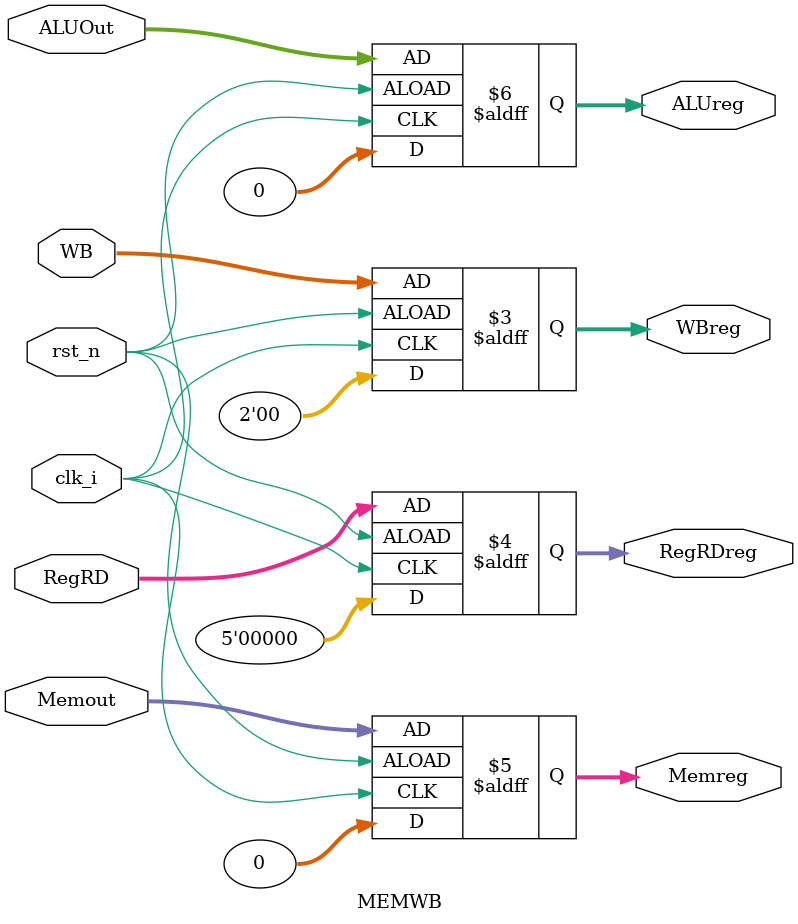
<source format=v>
module IFID(clk_i, rst_n, PC_Plus4, Inst, InstReg, PC_Plus4Reg);
    
    input clk_i,rst_n;
    input [31:0] PC_Plus4,Inst;
    //input IFIDWrite,flush;

    output [31:0] InstReg, PC_Plus4Reg;
    reg [31:0] InstReg, PC_Plus4Reg;


    always@(posedge clk_i or posedge rst_n)
    begin
        if(rst_n == 0 ) //|| flush
        begin
            InstReg <= 0;
            PC_Plus4Reg <=0;
        end
        else //if(IFIDWrite)
        begin
            InstReg <= Inst;
            PC_Plus4Reg <= PC_Plus4;
        end
    end

endmodule


module IDEX(clk_i, rst_n ,WB ,M ,EX ,PC_Plus4, DataA , DataB, imm_value, zero_value, Shifter, RegRt, RegRd, func_i,  WBreg, Mreg, EXreg, PC_Plus4reg, DataAreg, DataBreg, imm_valuereg, zero_valuereg, Shifterreg, RegRtreg, RegRdreg, func_ireg);

    input clk_i, rst_n;
    input [1:0] WB;
    input [2:0] M;
    input [6:0] EX;
    input [31:0] PC_Plus4;
    input [31:0] DataA,DataB,imm_value,zero_value;
    input [4:0] Shifter;
    input [4:0] RegRt,RegRd;
    input [5:0] func_i;
    
    output [1:0] WBreg;
    output [2:0] Mreg;
    output [6:0] EXreg;
    output [31:0] PC_Plus4reg;
    output [31:0] DataAreg,DataBreg,imm_valuereg,zero_valuereg;
    output [4:0] Shifterreg;
    output [4:0] RegRtreg,RegRdreg;
    output [5:0] func_ireg;
    
    reg [1:0] WBreg;
    reg [2:0] Mreg;
    reg [6:0] EXreg;
    reg [31:0] PC_Plus4reg;
    reg [31:0] DataAreg,DataBreg,imm_valuereg,zero_valuereg;
    reg [4:0] Shifterreg;
    reg [4:0] RegRtreg,RegRdreg;
    reg [5:0] func_ireg;
 
    always@(posedge clk_i or posedge rst_n)
    begin
        if(rst_n == 0) 
        begin
            WBreg <= 0;
            Mreg <= 0;
            EXreg <= 0;
            PC_Plus4reg <= 0;
            DataAreg <= 0;
            DataBreg <= 0;
            imm_valuereg <= 0;
            zero_valuereg <= 0;
            Shifterreg <= 0;
            RegRtreg <= 0;
            RegRdreg <= 0;
            func_ireg <= 0;
        end
        else
        begin
            WBreg <= WB;
            Mreg <= M;
            EXreg <= EX;
            PC_Plus4reg <= PC_Plus4;
            DataAreg <= DataA;
            DataBreg <= DataB;
            imm_valuereg <= imm_value;
            zero_valuereg <= zero_value;
            Shifterreg <= Shifter;
            RegRtreg <= RegRt;
            RegRdreg <= RegRd;
            func_ireg <= func_i;
        end
    end
    
endmodule

module EXMEM(clk_i, rst_n , WB, M, PC_Branch, ALUOut, RegRD, Mem_WriteData, Branch_type_out,  WBreg, Mreg, PC_Branchreg, ALUreg, RegRDreg, Mem_WriteDatareg, Branch_typereg);

   input clk_i, rst_n;
   input [1:0] WB;
   input [2:0] M;
   input [31:0] PC_Branch;
   input [4:0] RegRD;
   input [31:0] ALUOut, Mem_WriteData;
   input Branch_type_out;

   output [1:0] WBreg;
   output [2:0] Mreg;
   output [31:0] PC_Branchreg;
   output [4:0] RegRDreg;
   output [31:0] ALUreg,Mem_WriteDatareg;
   output Branch_typereg;
   

   reg [1:0] WBreg;
   reg [2:0] Mreg;
   reg [31:0] PC_Branchreg;
   reg [4:0] RegRDreg;
   reg [31:0] ALUreg,Mem_WriteDatareg;
   reg Branch_typereg;


    always@(posedge clk_i or posedge rst_n)
    begin
        if(rst_n == 0) 
        begin
            WBreg <= 0;
            Mreg <= 0;
            PC_Branchreg <= 0;
            ALUreg <= 0;
            Mem_WriteDatareg <= 0;
            RegRDreg <= 0;
            Branch_typereg <= 0;
        end
        else
        begin
            WBreg <= WB;
            Mreg <= M;
            PC_Branchreg <= PC_Branch;
            ALUreg <= ALUOut;
            Mem_WriteDatareg <= Mem_WriteData;
            RegRDreg <= RegRD;
            Branch_typereg <= Branch_type_out;
        end
    end

endmodule


module MEMWB(clk_i, rst_n, WB, Memout, ALUOut, RegRD,  WBreg, Memreg, ALUreg, RegRDreg);

   input clk_i, rst_n;
   input [1:0] WB;
   input [4:0] RegRD;
   input [31:0] Memout,ALUOut;

   output [1:0] WBreg;
   output [4:0] RegRDreg;
   output [31:0] Memreg,ALUreg;

   reg [1:0] WBreg;
   reg [4:0] RegRDreg;
   reg [31:0] Memreg,ALUreg;
   

    always@(posedge clk_i or posedge rst_n)
    begin
        if(rst_n == 0) 
        begin
            WBreg <= 0;
            Memreg <= 0;
            ALUreg <= 0;
            RegRDreg <= 0;
        end
        else
        begin
            WBreg <= WB;
            Memreg <= Memout;
            ALUreg <= ALUOut;
            RegRDreg <= RegRD;
        end
    end
endmodule
</source>
